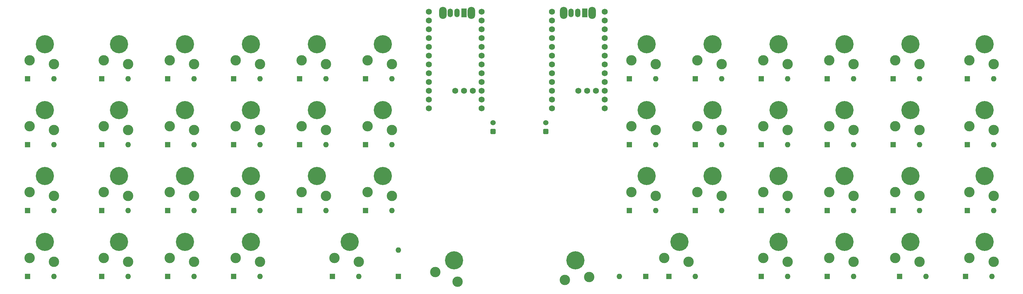
<source format=gbr>
%TF.GenerationSoftware,KiCad,Pcbnew,9.0.2+1*%
%TF.CreationDate,2025-09-15T00:12:34+02:00*%
%TF.ProjectId,first,66697273-742e-46b6-9963-61645f706362,rev?*%
%TF.SameCoordinates,Original*%
%TF.FileFunction,Soldermask,Top*%
%TF.FilePolarity,Negative*%
%FSLAX46Y46*%
G04 Gerber Fmt 4.6, Leading zero omitted, Abs format (unit mm)*
G04 Created by KiCad (PCBNEW 9.0.2+1) date 2025-09-15 00:12:34*
%MOMM*%
%LPD*%
G01*
G04 APERTURE LIST*
G04 Aperture macros list*
%AMRoundRect*
0 Rectangle with rounded corners*
0 $1 Rounding radius*
0 $2 $3 $4 $5 $6 $7 $8 $9 X,Y pos of 4 corners*
0 Add a 4 corners polygon primitive as box body*
4,1,4,$2,$3,$4,$5,$6,$7,$8,$9,$2,$3,0*
0 Add four circle primitives for the rounded corners*
1,1,$1+$1,$2,$3*
1,1,$1+$1,$4,$5*
1,1,$1+$1,$6,$7*
1,1,$1+$1,$8,$9*
0 Add four rect primitives between the rounded corners*
20,1,$1+$1,$2,$3,$4,$5,0*
20,1,$1+$1,$4,$5,$6,$7,0*
20,1,$1+$1,$6,$7,$8,$9,0*
20,1,$1+$1,$8,$9,$2,$3,0*%
G04 Aperture macros list end*
%ADD10C,1.752600*%
%ADD11R,1.600000X1.600000*%
%ADD12O,1.600000X1.600000*%
%ADD13O,1.500000X2.500000*%
%ADD14R,1.500000X2.500000*%
%ADD15O,2.200000X3.500000*%
%ADD16C,3.000000*%
%ADD17C,5.250000*%
%ADD18C,1.524000*%
%ADD19RoundRect,0.250000X-0.512000X0.512000X-0.512000X-0.512000X0.512000X-0.512000X0.512000X0.512000X0*%
G04 APERTURE END LIST*
D10*
%TO.C,U1*%
X144758750Y157020000D03*
X144758750Y154480000D03*
X144758750Y151940000D03*
X144758750Y149400000D03*
X144758750Y146860000D03*
X144758750Y144320000D03*
X144758750Y141780000D03*
X144758750Y139240000D03*
X144758750Y136700000D03*
X144758750Y134160000D03*
X144758750Y131620000D03*
X144758750Y129080000D03*
X129518750Y129080000D03*
X129518750Y131620000D03*
X129518750Y134160000D03*
X129518750Y136700000D03*
X129518750Y139240000D03*
X129518750Y141780000D03*
X129518750Y144320000D03*
X129518750Y146860000D03*
X129518750Y149400000D03*
X129518750Y151940000D03*
X129518750Y154480000D03*
X129518750Y157020000D03*
X142218750Y134160000D03*
X139678750Y134160000D03*
X137138750Y134160000D03*
%TD*%
D11*
%TO.C,D36*%
X285020000Y99580000D03*
D12*
X292640000Y99580000D03*
%TD*%
D13*
%TO.C,RstL1*%
X135638750Y156680000D03*
X137638750Y156680000D03*
D14*
X139638750Y156680000D03*
D15*
X133538750Y156680000D03*
X141738750Y156680000D03*
%TD*%
D11*
%TO.C,D14*%
X34988750Y118630000D03*
D12*
X42608750Y118630000D03*
%TD*%
D11*
%TO.C,D44*%
X198818750Y80530000D03*
D12*
X206438750Y80530000D03*
%TD*%
D11*
%TO.C,D47*%
X265493750Y80530000D03*
D12*
X273113750Y80530000D03*
%TD*%
D16*
%TO.C,S28*%
X73688750Y104880000D03*
D17*
X78088750Y109580000D03*
D16*
X80688750Y103830000D03*
%TD*%
%TO.C,S6*%
X111788750Y142980000D03*
D17*
X116188750Y147680000D03*
D16*
X118788750Y141930000D03*
%TD*%
D11*
%TO.C,D48*%
X284543750Y80530000D03*
D12*
X292163750Y80530000D03*
%TD*%
D11*
%TO.C,D1*%
X13557500Y137680000D03*
D12*
X21177500Y137680000D03*
%TD*%
D11*
%TO.C,D29*%
X92138750Y99580000D03*
D12*
X99758750Y99580000D03*
%TD*%
D11*
%TO.C,D21*%
X225488750Y118630000D03*
D12*
X233108750Y118630000D03*
%TD*%
D11*
%TO.C,D45*%
X225488750Y80530000D03*
D12*
X233108750Y80530000D03*
%TD*%
D16*
%TO.C,S48*%
X285620000Y85830000D03*
D17*
X290020000Y90530000D03*
D16*
X292620000Y84780000D03*
%TD*%
D11*
%TO.C,D3*%
X54038750Y137680000D03*
D12*
X61658750Y137680000D03*
%TD*%
D16*
%TO.C,S36*%
X285620000Y104880000D03*
D17*
X290020000Y109580000D03*
D16*
X292620000Y103830000D03*
%TD*%
%TO.C,S19*%
X187988750Y123930000D03*
D17*
X192388750Y128630000D03*
D16*
X194988750Y122880000D03*
%TD*%
%TO.C,S44*%
X197513750Y85830000D03*
D17*
X201913750Y90530000D03*
D16*
X204513750Y84780000D03*
%TD*%
D11*
%TO.C,D23*%
X263588750Y118630000D03*
D12*
X271208750Y118630000D03*
%TD*%
D16*
%TO.C,S23*%
X264188750Y123930000D03*
D17*
X268588750Y128630000D03*
D16*
X271188750Y122880000D03*
%TD*%
D11*
%TO.C,D17*%
X92138750Y118630000D03*
D12*
X99758750Y118630000D03*
%TD*%
D11*
%TO.C,D7*%
X187388750Y137680000D03*
D12*
X195008750Y137680000D03*
%TD*%
D11*
%TO.C,D4*%
X73088750Y137680000D03*
D12*
X80708750Y137680000D03*
%TD*%
D16*
%TO.C,S9*%
X226088750Y142980000D03*
D17*
X230488750Y147680000D03*
D16*
X233088750Y141930000D03*
%TD*%
D11*
%TO.C,D19*%
X187388750Y118630000D03*
D12*
X195008750Y118630000D03*
%TD*%
D11*
%TO.C,D24*%
X285020000Y118630000D03*
D12*
X292640000Y118630000D03*
%TD*%
D16*
%TO.C,S22*%
X245138750Y123930000D03*
D17*
X249538750Y128630000D03*
D16*
X252138750Y122880000D03*
%TD*%
D11*
%TO.C,D40*%
X73088750Y80530000D03*
D12*
X80708750Y80530000D03*
%TD*%
D11*
%TO.C,D18*%
X111188750Y118630000D03*
D12*
X118808750Y118630000D03*
%TD*%
D11*
%TO.C,D6*%
X111188750Y137680000D03*
D12*
X118808750Y137680000D03*
%TD*%
D11*
%TO.C,D37*%
X13557500Y80530000D03*
D12*
X21177500Y80530000D03*
%TD*%
D11*
%TO.C,D42*%
X120713750Y80530000D03*
D12*
X120713750Y88150000D03*
%TD*%
D16*
%TO.C,S2*%
X35588750Y142980000D03*
D17*
X39988750Y147680000D03*
D16*
X42588750Y141930000D03*
%TD*%
D11*
%TO.C,D20*%
X206438750Y118630000D03*
D12*
X214058750Y118630000D03*
%TD*%
D11*
%TO.C,D16*%
X73088750Y118630000D03*
D12*
X80708750Y118630000D03*
%TD*%
D16*
%TO.C,S40*%
X73688750Y85830000D03*
D17*
X78088750Y90530000D03*
D16*
X80688750Y84780000D03*
%TD*%
%TO.C,S10*%
X245138750Y142980000D03*
D17*
X249538750Y147680000D03*
D16*
X252138750Y141930000D03*
%TD*%
%TO.C,S47*%
X264188750Y85830000D03*
D17*
X268588750Y90530000D03*
D16*
X271188750Y84780000D03*
%TD*%
%TO.C,S21*%
X226088750Y123930000D03*
D17*
X230488750Y128630000D03*
D16*
X233088750Y122880000D03*
%TD*%
D11*
%TO.C,D31*%
X187388750Y99580000D03*
D12*
X195008750Y99580000D03*
%TD*%
D16*
%TO.C,S11*%
X264188750Y142980000D03*
D17*
X268588750Y147680000D03*
D16*
X271188750Y141930000D03*
%TD*%
%TO.C,S15*%
X54638750Y123930000D03*
D17*
X59038750Y128630000D03*
D16*
X61638750Y122880000D03*
%TD*%
D11*
%TO.C,D13*%
X13557500Y118630000D03*
D12*
X21177500Y118630000D03*
%TD*%
D16*
%TO.C,S35*%
X264188750Y104880000D03*
D17*
X268588750Y109580000D03*
D16*
X271188750Y103830000D03*
%TD*%
%TO.C,S20*%
X207038750Y123930000D03*
D17*
X211438750Y128630000D03*
D16*
X214038750Y122880000D03*
%TD*%
%TO.C,S29*%
X92738750Y104880000D03*
D17*
X97138750Y109580000D03*
D16*
X99738750Y103830000D03*
%TD*%
%TO.C,S1*%
X14157500Y142980000D03*
D17*
X18557500Y147680000D03*
D16*
X21157500Y141930000D03*
%TD*%
%TO.C,S33*%
X226088750Y104880000D03*
D17*
X230488750Y109580000D03*
D16*
X233088750Y103830000D03*
%TD*%
D10*
%TO.C,U2*%
X180283750Y157020000D03*
X180283750Y154480000D03*
X180283750Y151940000D03*
X180283750Y149400000D03*
X180283750Y146860000D03*
X180283750Y144320000D03*
X180283750Y141780000D03*
X180283750Y139240000D03*
X180283750Y136700000D03*
X180283750Y134160000D03*
X180283750Y131620000D03*
X180283750Y129080000D03*
X165043750Y129080000D03*
X165043750Y131620000D03*
X165043750Y134160000D03*
X165043750Y136700000D03*
X165043750Y139240000D03*
X165043750Y141780000D03*
X165043750Y144320000D03*
X165043750Y146860000D03*
X165043750Y149400000D03*
X165043750Y151940000D03*
X165043750Y154480000D03*
X165043750Y157020000D03*
X177743750Y134160000D03*
X175203750Y134160000D03*
X172663750Y134160000D03*
%TD*%
D16*
%TO.C,S34*%
X245138750Y104880000D03*
D17*
X249538750Y109580000D03*
D16*
X252138750Y103830000D03*
%TD*%
%TO.C,S41*%
X102263750Y85830000D03*
D17*
X106663750Y90530000D03*
D16*
X109263750Y84780000D03*
%TD*%
%TO.C,S16*%
X73688750Y123930000D03*
D17*
X78088750Y128630000D03*
D16*
X80688750Y122880000D03*
%TD*%
%TO.C,S8*%
X207038750Y142980000D03*
D17*
X211438750Y147680000D03*
D16*
X214038750Y141930000D03*
%TD*%
D11*
%TO.C,D15*%
X54038750Y118630000D03*
D12*
X61658750Y118630000D03*
%TD*%
D16*
%TO.C,S5*%
X92738750Y142980000D03*
D17*
X97138750Y147680000D03*
D16*
X99738750Y141930000D03*
%TD*%
%TO.C,S38*%
X35588750Y85830000D03*
D17*
X39988750Y90530000D03*
D16*
X42588750Y84780000D03*
%TD*%
D11*
%TO.C,D33*%
X225488750Y99580000D03*
D12*
X233108750Y99580000D03*
%TD*%
D16*
%TO.C,S7*%
X187988750Y142980000D03*
D17*
X192388750Y147680000D03*
D16*
X194988750Y141930000D03*
%TD*%
%TO.C,S37*%
X14157500Y85830000D03*
D17*
X18557500Y90530000D03*
D16*
X21157500Y84780000D03*
%TD*%
%TO.C,S27*%
X54638750Y104880000D03*
D17*
X59038750Y109580000D03*
D16*
X61638750Y103830000D03*
%TD*%
D11*
%TO.C,D22*%
X244538750Y118630000D03*
D12*
X252158750Y118630000D03*
%TD*%
D11*
%TO.C,D34*%
X244538750Y99580000D03*
D12*
X252158750Y99580000D03*
%TD*%
D16*
%TO.C,S42*%
X131323685Y81788664D03*
D17*
X136790208Y85189712D03*
D16*
X137813406Y78962709D03*
%TD*%
D11*
%TO.C,D35*%
X263588750Y99580000D03*
D12*
X271208750Y99580000D03*
%TD*%
D16*
%TO.C,S4*%
X73688750Y142980000D03*
D17*
X78088750Y147680000D03*
D16*
X80688750Y141930000D03*
%TD*%
D11*
%TO.C,D28*%
X73088750Y99580000D03*
D12*
X80708750Y99580000D03*
%TD*%
D16*
%TO.C,S46*%
X245138750Y85830000D03*
D17*
X249538750Y90530000D03*
D16*
X252138750Y84780000D03*
%TD*%
%TO.C,S32*%
X207038750Y104880000D03*
D17*
X211438750Y109580000D03*
D16*
X214038750Y103830000D03*
%TD*%
D11*
%TO.C,D30*%
X111188750Y99580000D03*
D12*
X118808750Y99580000D03*
%TD*%
D11*
%TO.C,D39*%
X54038750Y80530000D03*
D12*
X61658750Y80530000D03*
%TD*%
D11*
%TO.C,D5*%
X92138750Y137680000D03*
D12*
X99758750Y137680000D03*
%TD*%
D16*
%TO.C,S43*%
X168753668Y79511057D03*
D17*
X171787292Y85189712D03*
D16*
X175786909Y80308568D03*
%TD*%
%TO.C,S31*%
X187988750Y104880000D03*
D17*
X192388750Y109580000D03*
D16*
X194988750Y103830000D03*
%TD*%
D11*
%TO.C,D27*%
X54038750Y99580000D03*
D12*
X61658750Y99580000D03*
%TD*%
D16*
%TO.C,S3*%
X54638750Y142980000D03*
D17*
X59038750Y147680000D03*
D16*
X61638750Y141930000D03*
%TD*%
D11*
%TO.C,D43*%
X192151250Y80530000D03*
D12*
X184531250Y80530000D03*
%TD*%
D11*
%TO.C,D10*%
X244538750Y137680000D03*
D12*
X252158750Y137680000D03*
%TD*%
D11*
%TO.C,D11*%
X263588750Y137680000D03*
D12*
X271208750Y137680000D03*
%TD*%
D16*
%TO.C,S13*%
X14157500Y123930000D03*
D17*
X18557500Y128630000D03*
D16*
X21157500Y122880000D03*
%TD*%
D11*
%TO.C,D25*%
X13557500Y99580000D03*
D12*
X21177500Y99580000D03*
%TD*%
D11*
%TO.C,D8*%
X206438750Y137680000D03*
D12*
X214058750Y137680000D03*
%TD*%
D11*
%TO.C,D2*%
X34988750Y137680000D03*
D12*
X42608750Y137680000D03*
%TD*%
D11*
%TO.C,D12*%
X285020000Y137680000D03*
D12*
X292640000Y137680000D03*
%TD*%
D11*
%TO.C,D41*%
X101663750Y80530000D03*
D12*
X109283750Y80530000D03*
%TD*%
D16*
%TO.C,S18*%
X111788750Y123930000D03*
D17*
X116188750Y128630000D03*
D16*
X118788750Y122880000D03*
%TD*%
%TO.C,S30*%
X111788750Y104880000D03*
D17*
X116188750Y109580000D03*
D16*
X118788750Y103830000D03*
%TD*%
D11*
%TO.C,D32*%
X206438750Y99580000D03*
D12*
X214058750Y99580000D03*
%TD*%
D16*
%TO.C,S17*%
X92738750Y123930000D03*
D17*
X97138750Y128630000D03*
D16*
X99738750Y122880000D03*
%TD*%
D11*
%TO.C,D9*%
X225488750Y137680000D03*
D12*
X233108750Y137680000D03*
%TD*%
D16*
%TO.C,S45*%
X226088750Y85830000D03*
D17*
X230488750Y90530000D03*
D16*
X233088750Y84780000D03*
%TD*%
%TO.C,S24*%
X285620000Y123930000D03*
D17*
X290020000Y128630000D03*
D16*
X292620000Y122880000D03*
%TD*%
D11*
%TO.C,D26*%
X34988750Y99580000D03*
D12*
X42608750Y99580000D03*
%TD*%
D16*
%TO.C,S25*%
X14157500Y104880000D03*
D17*
X18557500Y109580000D03*
D16*
X21157500Y103830000D03*
%TD*%
D18*
%TO.C,BT1*%
X148018750Y124980000D03*
D19*
X148018750Y122440000D03*
%TD*%
D11*
%TO.C,D38*%
X34988750Y80530000D03*
D12*
X42608750Y80530000D03*
%TD*%
D16*
%TO.C,S39*%
X54638750Y85830000D03*
D17*
X59038750Y90530000D03*
D16*
X61638750Y84780000D03*
%TD*%
%TO.C,S26*%
X35588750Y104880000D03*
D17*
X39988750Y109580000D03*
D16*
X42588750Y103830000D03*
%TD*%
D13*
%TO.C,RstR1*%
X170538750Y156680000D03*
X172538750Y156680000D03*
D14*
X174538750Y156680000D03*
D15*
X168438750Y156680000D03*
X176638750Y156680000D03*
%TD*%
D16*
%TO.C,S14*%
X35588750Y123930000D03*
D17*
X39988750Y128630000D03*
D16*
X42588750Y122880000D03*
%TD*%
D11*
%TO.C,D46*%
X244538750Y80530000D03*
D12*
X252158750Y80530000D03*
%TD*%
D16*
%TO.C,S12*%
X285620000Y142980000D03*
D17*
X290020000Y147680000D03*
D16*
X292620000Y141930000D03*
%TD*%
D18*
%TO.C,BT2*%
X163258750Y124980000D03*
D19*
X163258750Y122440000D03*
%TD*%
M02*

</source>
